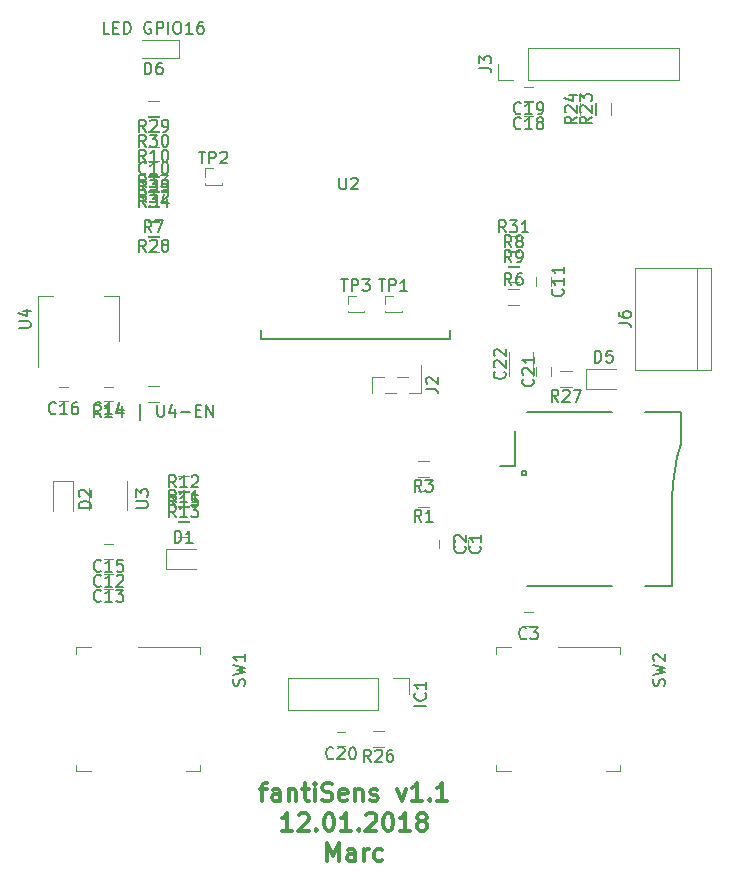
<source format=gto>
G04 #@! TF.FileFunction,Legend,Top*
%FSLAX46Y46*%
G04 Gerber Fmt 4.6, Leading zero omitted, Abs format (unit mm)*
G04 Created by KiCad (PCBNEW 4.0.6) date 01/13/18 12:32:24*
%MOMM*%
%LPD*%
G01*
G04 APERTURE LIST*
%ADD10C,0.100000*%
%ADD11C,0.300000*%
%ADD12C,0.150000*%
%ADD13C,0.120000*%
%ADD14C,0.152400*%
G04 APERTURE END LIST*
D10*
D11*
X52198000Y-100760571D02*
X52769429Y-100760571D01*
X52412286Y-101760571D02*
X52412286Y-100474857D01*
X52483714Y-100332000D01*
X52626572Y-100260571D01*
X52769429Y-100260571D01*
X53912286Y-101760571D02*
X53912286Y-100974857D01*
X53840857Y-100832000D01*
X53698000Y-100760571D01*
X53412286Y-100760571D01*
X53269429Y-100832000D01*
X53912286Y-101689143D02*
X53769429Y-101760571D01*
X53412286Y-101760571D01*
X53269429Y-101689143D01*
X53198000Y-101546286D01*
X53198000Y-101403429D01*
X53269429Y-101260571D01*
X53412286Y-101189143D01*
X53769429Y-101189143D01*
X53912286Y-101117714D01*
X54626572Y-100760571D02*
X54626572Y-101760571D01*
X54626572Y-100903429D02*
X54698000Y-100832000D01*
X54840858Y-100760571D01*
X55055143Y-100760571D01*
X55198000Y-100832000D01*
X55269429Y-100974857D01*
X55269429Y-101760571D01*
X55769429Y-100760571D02*
X56340858Y-100760571D01*
X55983715Y-100260571D02*
X55983715Y-101546286D01*
X56055143Y-101689143D01*
X56198001Y-101760571D01*
X56340858Y-101760571D01*
X56840858Y-101760571D02*
X56840858Y-100760571D01*
X56840858Y-100260571D02*
X56769429Y-100332000D01*
X56840858Y-100403429D01*
X56912286Y-100332000D01*
X56840858Y-100260571D01*
X56840858Y-100403429D01*
X57483715Y-101689143D02*
X57698001Y-101760571D01*
X58055144Y-101760571D01*
X58198001Y-101689143D01*
X58269430Y-101617714D01*
X58340858Y-101474857D01*
X58340858Y-101332000D01*
X58269430Y-101189143D01*
X58198001Y-101117714D01*
X58055144Y-101046286D01*
X57769430Y-100974857D01*
X57626572Y-100903429D01*
X57555144Y-100832000D01*
X57483715Y-100689143D01*
X57483715Y-100546286D01*
X57555144Y-100403429D01*
X57626572Y-100332000D01*
X57769430Y-100260571D01*
X58126572Y-100260571D01*
X58340858Y-100332000D01*
X59555143Y-101689143D02*
X59412286Y-101760571D01*
X59126572Y-101760571D01*
X58983715Y-101689143D01*
X58912286Y-101546286D01*
X58912286Y-100974857D01*
X58983715Y-100832000D01*
X59126572Y-100760571D01*
X59412286Y-100760571D01*
X59555143Y-100832000D01*
X59626572Y-100974857D01*
X59626572Y-101117714D01*
X58912286Y-101260571D01*
X60269429Y-100760571D02*
X60269429Y-101760571D01*
X60269429Y-100903429D02*
X60340857Y-100832000D01*
X60483715Y-100760571D01*
X60698000Y-100760571D01*
X60840857Y-100832000D01*
X60912286Y-100974857D01*
X60912286Y-101760571D01*
X61555143Y-101689143D02*
X61698000Y-101760571D01*
X61983715Y-101760571D01*
X62126572Y-101689143D01*
X62198000Y-101546286D01*
X62198000Y-101474857D01*
X62126572Y-101332000D01*
X61983715Y-101260571D01*
X61769429Y-101260571D01*
X61626572Y-101189143D01*
X61555143Y-101046286D01*
X61555143Y-100974857D01*
X61626572Y-100832000D01*
X61769429Y-100760571D01*
X61983715Y-100760571D01*
X62126572Y-100832000D01*
X63840858Y-100760571D02*
X64198001Y-101760571D01*
X64555143Y-100760571D01*
X65912286Y-101760571D02*
X65055143Y-101760571D01*
X65483715Y-101760571D02*
X65483715Y-100260571D01*
X65340858Y-100474857D01*
X65198000Y-100617714D01*
X65055143Y-100689143D01*
X66555143Y-101617714D02*
X66626571Y-101689143D01*
X66555143Y-101760571D01*
X66483714Y-101689143D01*
X66555143Y-101617714D01*
X66555143Y-101760571D01*
X68055143Y-101760571D02*
X67198000Y-101760571D01*
X67626572Y-101760571D02*
X67626572Y-100260571D01*
X67483715Y-100474857D01*
X67340857Y-100617714D01*
X67198000Y-100689143D01*
X54912287Y-104310571D02*
X54055144Y-104310571D01*
X54483716Y-104310571D02*
X54483716Y-102810571D01*
X54340859Y-103024857D01*
X54198001Y-103167714D01*
X54055144Y-103239143D01*
X55483715Y-102953429D02*
X55555144Y-102882000D01*
X55698001Y-102810571D01*
X56055144Y-102810571D01*
X56198001Y-102882000D01*
X56269430Y-102953429D01*
X56340858Y-103096286D01*
X56340858Y-103239143D01*
X56269430Y-103453429D01*
X55412287Y-104310571D01*
X56340858Y-104310571D01*
X56983715Y-104167714D02*
X57055143Y-104239143D01*
X56983715Y-104310571D01*
X56912286Y-104239143D01*
X56983715Y-104167714D01*
X56983715Y-104310571D01*
X57983715Y-102810571D02*
X58126572Y-102810571D01*
X58269429Y-102882000D01*
X58340858Y-102953429D01*
X58412287Y-103096286D01*
X58483715Y-103382000D01*
X58483715Y-103739143D01*
X58412287Y-104024857D01*
X58340858Y-104167714D01*
X58269429Y-104239143D01*
X58126572Y-104310571D01*
X57983715Y-104310571D01*
X57840858Y-104239143D01*
X57769429Y-104167714D01*
X57698001Y-104024857D01*
X57626572Y-103739143D01*
X57626572Y-103382000D01*
X57698001Y-103096286D01*
X57769429Y-102953429D01*
X57840858Y-102882000D01*
X57983715Y-102810571D01*
X59912286Y-104310571D02*
X59055143Y-104310571D01*
X59483715Y-104310571D02*
X59483715Y-102810571D01*
X59340858Y-103024857D01*
X59198000Y-103167714D01*
X59055143Y-103239143D01*
X60555143Y-104167714D02*
X60626571Y-104239143D01*
X60555143Y-104310571D01*
X60483714Y-104239143D01*
X60555143Y-104167714D01*
X60555143Y-104310571D01*
X61198000Y-102953429D02*
X61269429Y-102882000D01*
X61412286Y-102810571D01*
X61769429Y-102810571D01*
X61912286Y-102882000D01*
X61983715Y-102953429D01*
X62055143Y-103096286D01*
X62055143Y-103239143D01*
X61983715Y-103453429D01*
X61126572Y-104310571D01*
X62055143Y-104310571D01*
X62983714Y-102810571D02*
X63126571Y-102810571D01*
X63269428Y-102882000D01*
X63340857Y-102953429D01*
X63412286Y-103096286D01*
X63483714Y-103382000D01*
X63483714Y-103739143D01*
X63412286Y-104024857D01*
X63340857Y-104167714D01*
X63269428Y-104239143D01*
X63126571Y-104310571D01*
X62983714Y-104310571D01*
X62840857Y-104239143D01*
X62769428Y-104167714D01*
X62698000Y-104024857D01*
X62626571Y-103739143D01*
X62626571Y-103382000D01*
X62698000Y-103096286D01*
X62769428Y-102953429D01*
X62840857Y-102882000D01*
X62983714Y-102810571D01*
X64912285Y-104310571D02*
X64055142Y-104310571D01*
X64483714Y-104310571D02*
X64483714Y-102810571D01*
X64340857Y-103024857D01*
X64197999Y-103167714D01*
X64055142Y-103239143D01*
X65769428Y-103453429D02*
X65626570Y-103382000D01*
X65555142Y-103310571D01*
X65483713Y-103167714D01*
X65483713Y-103096286D01*
X65555142Y-102953429D01*
X65626570Y-102882000D01*
X65769428Y-102810571D01*
X66055142Y-102810571D01*
X66197999Y-102882000D01*
X66269428Y-102953429D01*
X66340856Y-103096286D01*
X66340856Y-103167714D01*
X66269428Y-103310571D01*
X66197999Y-103382000D01*
X66055142Y-103453429D01*
X65769428Y-103453429D01*
X65626570Y-103524857D01*
X65555142Y-103596286D01*
X65483713Y-103739143D01*
X65483713Y-104024857D01*
X65555142Y-104167714D01*
X65626570Y-104239143D01*
X65769428Y-104310571D01*
X66055142Y-104310571D01*
X66197999Y-104239143D01*
X66269428Y-104167714D01*
X66340856Y-104024857D01*
X66340856Y-103739143D01*
X66269428Y-103596286D01*
X66197999Y-103524857D01*
X66055142Y-103453429D01*
X57912286Y-106860571D02*
X57912286Y-105360571D01*
X58412286Y-106432000D01*
X58912286Y-105360571D01*
X58912286Y-106860571D01*
X60269429Y-106860571D02*
X60269429Y-106074857D01*
X60198000Y-105932000D01*
X60055143Y-105860571D01*
X59769429Y-105860571D01*
X59626572Y-105932000D01*
X60269429Y-106789143D02*
X60126572Y-106860571D01*
X59769429Y-106860571D01*
X59626572Y-106789143D01*
X59555143Y-106646286D01*
X59555143Y-106503429D01*
X59626572Y-106360571D01*
X59769429Y-106289143D01*
X60126572Y-106289143D01*
X60269429Y-106217714D01*
X60983715Y-106860571D02*
X60983715Y-105860571D01*
X60983715Y-106146286D02*
X61055143Y-106003429D01*
X61126572Y-105932000D01*
X61269429Y-105860571D01*
X61412286Y-105860571D01*
X62555143Y-106789143D02*
X62412286Y-106860571D01*
X62126572Y-106860571D01*
X61983714Y-106789143D01*
X61912286Y-106717714D01*
X61840857Y-106574857D01*
X61840857Y-106146286D01*
X61912286Y-106003429D01*
X61983714Y-105932000D01*
X62126572Y-105860571D01*
X62412286Y-105860571D01*
X62555143Y-105932000D01*
D12*
X87120000Y-83550000D02*
X87120000Y-76200000D01*
X87120000Y-76200000D02*
X87170000Y-74850000D01*
X87170000Y-74850000D02*
X87320000Y-73700000D01*
X87320000Y-73700000D02*
X87520000Y-72600000D01*
X87520000Y-72600000D02*
X87820000Y-71550000D01*
X73820000Y-73400000D02*
X72520000Y-73400000D01*
X82020000Y-83550000D02*
X74820000Y-83550000D01*
X84820000Y-83550000D02*
X87120000Y-83550000D01*
X87820000Y-71550000D02*
X87820000Y-68850000D01*
X87820000Y-68850000D02*
X84820000Y-68850000D01*
X74820000Y-68850000D02*
X82020000Y-68850000D01*
X74420000Y-73850000D02*
X74420000Y-74150000D01*
X74420000Y-74150000D02*
X74720000Y-74150000D01*
X74720000Y-74150000D02*
X74720000Y-73850000D01*
X74720000Y-73850000D02*
X74420000Y-73850000D01*
X73820000Y-73400000D02*
X73820000Y-70400000D01*
D13*
X69815000Y-79660000D02*
X69815000Y-80360000D01*
X68615000Y-80360000D02*
X68615000Y-79660000D01*
X68545000Y-79660000D02*
X68545000Y-80360000D01*
X67345000Y-80360000D02*
X67345000Y-79660000D01*
X75280000Y-86960000D02*
X74580000Y-86960000D01*
X74580000Y-85760000D02*
X75280000Y-85760000D01*
X43530000Y-47590000D02*
X42830000Y-47590000D01*
X42830000Y-46390000D02*
X43530000Y-46390000D01*
X76800000Y-57435000D02*
X76800000Y-58135000D01*
X75600000Y-58135000D02*
X75600000Y-57435000D01*
X39720000Y-82515000D02*
X39020000Y-82515000D01*
X39020000Y-81315000D02*
X39720000Y-81315000D01*
X39720000Y-83785000D02*
X39020000Y-83785000D01*
X39020000Y-82585000D02*
X39720000Y-82585000D01*
X39720000Y-67910000D02*
X39020000Y-67910000D01*
X39020000Y-66710000D02*
X39720000Y-66710000D01*
X39720000Y-81245000D02*
X39020000Y-81245000D01*
X39020000Y-80045000D02*
X39720000Y-80045000D01*
X35910000Y-67910000D02*
X35210000Y-67910000D01*
X35210000Y-66710000D02*
X35910000Y-66710000D01*
X75280000Y-43780000D02*
X74580000Y-43780000D01*
X74580000Y-42580000D02*
X75280000Y-42580000D01*
X75280000Y-42510000D02*
X74580000Y-42510000D01*
X74580000Y-41310000D02*
X75280000Y-41310000D01*
X59405000Y-97120000D02*
X58705000Y-97120000D01*
X58705000Y-95920000D02*
X59405000Y-95920000D01*
X75600000Y-65755000D02*
X75600000Y-65055000D01*
X76800000Y-65055000D02*
X76800000Y-65755000D01*
X73275000Y-63770000D02*
X73275000Y-65770000D01*
X75315000Y-65770000D02*
X75315000Y-63770000D01*
X44220000Y-80430000D02*
X44220000Y-82130000D01*
X44220000Y-82130000D02*
X46770000Y-82130000D01*
X44220000Y-80430000D02*
X46770000Y-80430000D01*
X36410000Y-74700000D02*
X34710000Y-74700000D01*
X34710000Y-74700000D02*
X34710000Y-77250000D01*
X36410000Y-74700000D02*
X36410000Y-77250000D01*
X79780000Y-65190000D02*
X79780000Y-66890000D01*
X79780000Y-66890000D02*
X82330000Y-66890000D01*
X79780000Y-65190000D02*
X82330000Y-65190000D01*
X42180000Y-37350000D02*
X45380000Y-37350000D01*
X45380000Y-38850000D02*
X42180000Y-38850000D01*
X45380000Y-38850000D02*
X45380000Y-37350000D01*
X54550000Y-91380000D02*
X54550000Y-94040000D01*
X62230000Y-91380000D02*
X54550000Y-91380000D01*
X62230000Y-94040000D02*
X54550000Y-94040000D01*
X62230000Y-91380000D02*
X62230000Y-94040000D01*
X63500000Y-91380000D02*
X64830000Y-91380000D01*
X64830000Y-91380000D02*
X64830000Y-92710000D01*
X87690000Y-40700000D02*
X87690000Y-38040000D01*
X74930000Y-40700000D02*
X87690000Y-40700000D01*
X74930000Y-38040000D02*
X87690000Y-38040000D01*
X74930000Y-40700000D02*
X74930000Y-38040000D01*
X73660000Y-40700000D02*
X72330000Y-40700000D01*
X72330000Y-40700000D02*
X72330000Y-39370000D01*
X90390000Y-65310000D02*
X90390000Y-56610000D01*
X83980000Y-65310000D02*
X83980000Y-56610000D01*
X83980000Y-56610000D02*
X90390000Y-56610000D01*
X89160000Y-56610000D02*
X89160000Y-65310000D01*
X90390000Y-65310000D02*
X83980000Y-65310000D01*
X65540000Y-75520000D02*
X66540000Y-75520000D01*
X66540000Y-76880000D02*
X65540000Y-76880000D01*
X65540000Y-72980000D02*
X66540000Y-72980000D01*
X66540000Y-74340000D02*
X65540000Y-74340000D01*
X74160000Y-59735000D02*
X73160000Y-59735000D01*
X73160000Y-58375000D02*
X74160000Y-58375000D01*
X43680000Y-55290000D02*
X42680000Y-55290000D01*
X42680000Y-53930000D02*
X43680000Y-53930000D01*
X74160000Y-56560000D02*
X73160000Y-56560000D01*
X73160000Y-55200000D02*
X74160000Y-55200000D01*
X74160000Y-57830000D02*
X73160000Y-57830000D01*
X73160000Y-56470000D02*
X74160000Y-56470000D01*
X42680000Y-45040000D02*
X43680000Y-45040000D01*
X43680000Y-46400000D02*
X42680000Y-46400000D01*
X46220000Y-78150000D02*
X45220000Y-78150000D01*
X45220000Y-76790000D02*
X46220000Y-76790000D01*
X46220000Y-76880000D02*
X45220000Y-76880000D01*
X45220000Y-75520000D02*
X46220000Y-75520000D01*
X46220000Y-79420000D02*
X45220000Y-79420000D01*
X45220000Y-78060000D02*
X46220000Y-78060000D01*
X42680000Y-66630000D02*
X43680000Y-66630000D01*
X43680000Y-67990000D02*
X42680000Y-67990000D01*
X45220000Y-74250000D02*
X46220000Y-74250000D01*
X46220000Y-75610000D02*
X45220000Y-75610000D01*
X81960000Y-42680000D02*
X81960000Y-43680000D01*
X80600000Y-43680000D02*
X80600000Y-42680000D01*
X80690000Y-42680000D02*
X80690000Y-43680000D01*
X79330000Y-43680000D02*
X79330000Y-42680000D01*
X61730000Y-95840000D02*
X62730000Y-95840000D01*
X62730000Y-97200000D02*
X61730000Y-97200000D01*
X77605000Y-65360000D02*
X78605000Y-65360000D01*
X78605000Y-66720000D02*
X77605000Y-66720000D01*
X42680000Y-52660000D02*
X43680000Y-52660000D01*
X43680000Y-54020000D02*
X42680000Y-54020000D01*
X42680000Y-42500000D02*
X43680000Y-42500000D01*
X43680000Y-43860000D02*
X42680000Y-43860000D01*
X42680000Y-43770000D02*
X43680000Y-43770000D01*
X43680000Y-45130000D02*
X42680000Y-45130000D01*
X74160000Y-55290000D02*
X73160000Y-55290000D01*
X73160000Y-53930000D02*
X74160000Y-53930000D01*
X43680000Y-52750000D02*
X42680000Y-52750000D01*
X42680000Y-51390000D02*
X43680000Y-51390000D01*
X43680000Y-51480000D02*
X42680000Y-51480000D01*
X42680000Y-50120000D02*
X43680000Y-50120000D01*
X42680000Y-48850000D02*
X43680000Y-48850000D01*
X43680000Y-50210000D02*
X42680000Y-50210000D01*
X42680000Y-47580000D02*
X43680000Y-47580000D01*
X43680000Y-48940000D02*
X42680000Y-48940000D01*
X47160000Y-98680000D02*
X47160000Y-99230000D01*
X47160000Y-99230000D02*
X45910000Y-99230000D01*
X36660000Y-98680000D02*
X36660000Y-99230000D01*
X36660000Y-99230000D02*
X37910000Y-99230000D01*
X47160000Y-89280000D02*
X47160000Y-88730000D01*
X47160000Y-88730000D02*
X41910000Y-88730000D01*
X36660000Y-89280000D02*
X36660000Y-88730000D01*
X36660000Y-88730000D02*
X37910000Y-88730000D01*
X82720000Y-98680000D02*
X82720000Y-99230000D01*
X82720000Y-99230000D02*
X81470000Y-99230000D01*
X72220000Y-98680000D02*
X72220000Y-99230000D01*
X72220000Y-99230000D02*
X73470000Y-99230000D01*
X82720000Y-89280000D02*
X82720000Y-88730000D01*
X82720000Y-88730000D02*
X77470000Y-88730000D01*
X72220000Y-89280000D02*
X72220000Y-88730000D01*
X72220000Y-88730000D02*
X73470000Y-88730000D01*
X62805000Y-60375000D02*
X64195000Y-60375000D01*
X62805000Y-60375000D02*
X62805000Y-60250000D01*
X64195000Y-60375000D02*
X64195000Y-60250000D01*
X62805000Y-60375000D02*
X62891724Y-60375000D01*
X64108276Y-60375000D02*
X64195000Y-60375000D01*
X62805000Y-59690000D02*
X62805000Y-59005000D01*
X62805000Y-59005000D02*
X63500000Y-59005000D01*
X47565000Y-49580000D02*
X48955000Y-49580000D01*
X47565000Y-49580000D02*
X47565000Y-49455000D01*
X48955000Y-49580000D02*
X48955000Y-49455000D01*
X47565000Y-49580000D02*
X47651724Y-49580000D01*
X48868276Y-49580000D02*
X48955000Y-49580000D01*
X47565000Y-48895000D02*
X47565000Y-48210000D01*
X47565000Y-48210000D02*
X48260000Y-48210000D01*
X59630000Y-60375000D02*
X61020000Y-60375000D01*
X59630000Y-60375000D02*
X59630000Y-60250000D01*
X61020000Y-60375000D02*
X61020000Y-60250000D01*
X59630000Y-60375000D02*
X59716724Y-60375000D01*
X60933276Y-60375000D02*
X61020000Y-60375000D01*
X59630000Y-59690000D02*
X59630000Y-59005000D01*
X59630000Y-59005000D02*
X60325000Y-59005000D01*
D14*
X52324000Y-61849000D02*
X52324000Y-62611000D01*
X52324000Y-62611000D02*
X68326000Y-62611000D01*
X68326000Y-62611000D02*
X68326000Y-61849000D01*
D13*
X37760000Y-75300000D02*
X37760000Y-77100000D01*
X40980000Y-77100000D02*
X40980000Y-74650000D01*
X40240000Y-59050000D02*
X38980000Y-59050000D01*
X33420000Y-59050000D02*
X34680000Y-59050000D01*
X40240000Y-62810000D02*
X40240000Y-59050000D01*
X33420000Y-65060000D02*
X33420000Y-59050000D01*
X65814000Y-65853000D02*
X65814000Y-67243000D01*
X61694000Y-65853000D02*
X61694000Y-67243000D01*
X65814000Y-65853000D02*
X65814000Y-64858000D01*
X65814000Y-65853000D02*
X65814000Y-65853000D01*
X61694000Y-67243000D02*
X61694000Y-67243000D01*
X65814000Y-67243000D02*
X64814000Y-67243000D01*
X63694000Y-67243000D02*
X62814000Y-67243000D01*
X64694000Y-65853000D02*
X63814000Y-65853000D01*
X62694000Y-65853000D02*
X61694000Y-65853000D01*
D12*
X70822143Y-80176666D02*
X70869762Y-80224285D01*
X70917381Y-80367142D01*
X70917381Y-80462380D01*
X70869762Y-80605238D01*
X70774524Y-80700476D01*
X70679286Y-80748095D01*
X70488810Y-80795714D01*
X70345952Y-80795714D01*
X70155476Y-80748095D01*
X70060238Y-80700476D01*
X69965000Y-80605238D01*
X69917381Y-80462380D01*
X69917381Y-80367142D01*
X69965000Y-80224285D01*
X70012619Y-80176666D01*
X70917381Y-79224285D02*
X70917381Y-79795714D01*
X70917381Y-79510000D02*
X69917381Y-79510000D01*
X70060238Y-79605238D01*
X70155476Y-79700476D01*
X70203095Y-79795714D01*
X69552143Y-80176666D02*
X69599762Y-80224285D01*
X69647381Y-80367142D01*
X69647381Y-80462380D01*
X69599762Y-80605238D01*
X69504524Y-80700476D01*
X69409286Y-80748095D01*
X69218810Y-80795714D01*
X69075952Y-80795714D01*
X68885476Y-80748095D01*
X68790238Y-80700476D01*
X68695000Y-80605238D01*
X68647381Y-80462380D01*
X68647381Y-80367142D01*
X68695000Y-80224285D01*
X68742619Y-80176666D01*
X68742619Y-79795714D02*
X68695000Y-79748095D01*
X68647381Y-79652857D01*
X68647381Y-79414761D01*
X68695000Y-79319523D01*
X68742619Y-79271904D01*
X68837857Y-79224285D01*
X68933095Y-79224285D01*
X69075952Y-79271904D01*
X69647381Y-79843333D01*
X69647381Y-79224285D01*
X74763334Y-87967143D02*
X74715715Y-88014762D01*
X74572858Y-88062381D01*
X74477620Y-88062381D01*
X74334762Y-88014762D01*
X74239524Y-87919524D01*
X74191905Y-87824286D01*
X74144286Y-87633810D01*
X74144286Y-87490952D01*
X74191905Y-87300476D01*
X74239524Y-87205238D01*
X74334762Y-87110000D01*
X74477620Y-87062381D01*
X74572858Y-87062381D01*
X74715715Y-87110000D01*
X74763334Y-87157619D01*
X75096667Y-87062381D02*
X75715715Y-87062381D01*
X75382381Y-87443333D01*
X75525239Y-87443333D01*
X75620477Y-87490952D01*
X75668096Y-87538571D01*
X75715715Y-87633810D01*
X75715715Y-87871905D01*
X75668096Y-87967143D01*
X75620477Y-88014762D01*
X75525239Y-88062381D01*
X75239524Y-88062381D01*
X75144286Y-88014762D01*
X75096667Y-87967143D01*
X42537143Y-48597143D02*
X42489524Y-48644762D01*
X42346667Y-48692381D01*
X42251429Y-48692381D01*
X42108571Y-48644762D01*
X42013333Y-48549524D01*
X41965714Y-48454286D01*
X41918095Y-48263810D01*
X41918095Y-48120952D01*
X41965714Y-47930476D01*
X42013333Y-47835238D01*
X42108571Y-47740000D01*
X42251429Y-47692381D01*
X42346667Y-47692381D01*
X42489524Y-47740000D01*
X42537143Y-47787619D01*
X43489524Y-48692381D02*
X42918095Y-48692381D01*
X43203809Y-48692381D02*
X43203809Y-47692381D01*
X43108571Y-47835238D01*
X43013333Y-47930476D01*
X42918095Y-47978095D01*
X44108571Y-47692381D02*
X44203810Y-47692381D01*
X44299048Y-47740000D01*
X44346667Y-47787619D01*
X44394286Y-47882857D01*
X44441905Y-48073333D01*
X44441905Y-48311429D01*
X44394286Y-48501905D01*
X44346667Y-48597143D01*
X44299048Y-48644762D01*
X44203810Y-48692381D01*
X44108571Y-48692381D01*
X44013333Y-48644762D01*
X43965714Y-48597143D01*
X43918095Y-48501905D01*
X43870476Y-48311429D01*
X43870476Y-48073333D01*
X43918095Y-47882857D01*
X43965714Y-47787619D01*
X44013333Y-47740000D01*
X44108571Y-47692381D01*
X77807143Y-58427857D02*
X77854762Y-58475476D01*
X77902381Y-58618333D01*
X77902381Y-58713571D01*
X77854762Y-58856429D01*
X77759524Y-58951667D01*
X77664286Y-58999286D01*
X77473810Y-59046905D01*
X77330952Y-59046905D01*
X77140476Y-58999286D01*
X77045238Y-58951667D01*
X76950000Y-58856429D01*
X76902381Y-58713571D01*
X76902381Y-58618333D01*
X76950000Y-58475476D01*
X76997619Y-58427857D01*
X77902381Y-57475476D02*
X77902381Y-58046905D01*
X77902381Y-57761191D02*
X76902381Y-57761191D01*
X77045238Y-57856429D01*
X77140476Y-57951667D01*
X77188095Y-58046905D01*
X77902381Y-56523095D02*
X77902381Y-57094524D01*
X77902381Y-56808810D02*
X76902381Y-56808810D01*
X77045238Y-56904048D01*
X77140476Y-56999286D01*
X77188095Y-57094524D01*
X38727143Y-83522143D02*
X38679524Y-83569762D01*
X38536667Y-83617381D01*
X38441429Y-83617381D01*
X38298571Y-83569762D01*
X38203333Y-83474524D01*
X38155714Y-83379286D01*
X38108095Y-83188810D01*
X38108095Y-83045952D01*
X38155714Y-82855476D01*
X38203333Y-82760238D01*
X38298571Y-82665000D01*
X38441429Y-82617381D01*
X38536667Y-82617381D01*
X38679524Y-82665000D01*
X38727143Y-82712619D01*
X39679524Y-83617381D02*
X39108095Y-83617381D01*
X39393809Y-83617381D02*
X39393809Y-82617381D01*
X39298571Y-82760238D01*
X39203333Y-82855476D01*
X39108095Y-82903095D01*
X40060476Y-82712619D02*
X40108095Y-82665000D01*
X40203333Y-82617381D01*
X40441429Y-82617381D01*
X40536667Y-82665000D01*
X40584286Y-82712619D01*
X40631905Y-82807857D01*
X40631905Y-82903095D01*
X40584286Y-83045952D01*
X40012857Y-83617381D01*
X40631905Y-83617381D01*
X38727143Y-84792143D02*
X38679524Y-84839762D01*
X38536667Y-84887381D01*
X38441429Y-84887381D01*
X38298571Y-84839762D01*
X38203333Y-84744524D01*
X38155714Y-84649286D01*
X38108095Y-84458810D01*
X38108095Y-84315952D01*
X38155714Y-84125476D01*
X38203333Y-84030238D01*
X38298571Y-83935000D01*
X38441429Y-83887381D01*
X38536667Y-83887381D01*
X38679524Y-83935000D01*
X38727143Y-83982619D01*
X39679524Y-84887381D02*
X39108095Y-84887381D01*
X39393809Y-84887381D02*
X39393809Y-83887381D01*
X39298571Y-84030238D01*
X39203333Y-84125476D01*
X39108095Y-84173095D01*
X40012857Y-83887381D02*
X40631905Y-83887381D01*
X40298571Y-84268333D01*
X40441429Y-84268333D01*
X40536667Y-84315952D01*
X40584286Y-84363571D01*
X40631905Y-84458810D01*
X40631905Y-84696905D01*
X40584286Y-84792143D01*
X40536667Y-84839762D01*
X40441429Y-84887381D01*
X40155714Y-84887381D01*
X40060476Y-84839762D01*
X40012857Y-84792143D01*
X38727143Y-68917143D02*
X38679524Y-68964762D01*
X38536667Y-69012381D01*
X38441429Y-69012381D01*
X38298571Y-68964762D01*
X38203333Y-68869524D01*
X38155714Y-68774286D01*
X38108095Y-68583810D01*
X38108095Y-68440952D01*
X38155714Y-68250476D01*
X38203333Y-68155238D01*
X38298571Y-68060000D01*
X38441429Y-68012381D01*
X38536667Y-68012381D01*
X38679524Y-68060000D01*
X38727143Y-68107619D01*
X39679524Y-69012381D02*
X39108095Y-69012381D01*
X39393809Y-69012381D02*
X39393809Y-68012381D01*
X39298571Y-68155238D01*
X39203333Y-68250476D01*
X39108095Y-68298095D01*
X40536667Y-68345714D02*
X40536667Y-69012381D01*
X40298571Y-67964762D02*
X40060476Y-68679048D01*
X40679524Y-68679048D01*
X38727143Y-82252143D02*
X38679524Y-82299762D01*
X38536667Y-82347381D01*
X38441429Y-82347381D01*
X38298571Y-82299762D01*
X38203333Y-82204524D01*
X38155714Y-82109286D01*
X38108095Y-81918810D01*
X38108095Y-81775952D01*
X38155714Y-81585476D01*
X38203333Y-81490238D01*
X38298571Y-81395000D01*
X38441429Y-81347381D01*
X38536667Y-81347381D01*
X38679524Y-81395000D01*
X38727143Y-81442619D01*
X39679524Y-82347381D02*
X39108095Y-82347381D01*
X39393809Y-82347381D02*
X39393809Y-81347381D01*
X39298571Y-81490238D01*
X39203333Y-81585476D01*
X39108095Y-81633095D01*
X40584286Y-81347381D02*
X40108095Y-81347381D01*
X40060476Y-81823571D01*
X40108095Y-81775952D01*
X40203333Y-81728333D01*
X40441429Y-81728333D01*
X40536667Y-81775952D01*
X40584286Y-81823571D01*
X40631905Y-81918810D01*
X40631905Y-82156905D01*
X40584286Y-82252143D01*
X40536667Y-82299762D01*
X40441429Y-82347381D01*
X40203333Y-82347381D01*
X40108095Y-82299762D01*
X40060476Y-82252143D01*
X34917143Y-68917143D02*
X34869524Y-68964762D01*
X34726667Y-69012381D01*
X34631429Y-69012381D01*
X34488571Y-68964762D01*
X34393333Y-68869524D01*
X34345714Y-68774286D01*
X34298095Y-68583810D01*
X34298095Y-68440952D01*
X34345714Y-68250476D01*
X34393333Y-68155238D01*
X34488571Y-68060000D01*
X34631429Y-68012381D01*
X34726667Y-68012381D01*
X34869524Y-68060000D01*
X34917143Y-68107619D01*
X35869524Y-69012381D02*
X35298095Y-69012381D01*
X35583809Y-69012381D02*
X35583809Y-68012381D01*
X35488571Y-68155238D01*
X35393333Y-68250476D01*
X35298095Y-68298095D01*
X36726667Y-68012381D02*
X36536190Y-68012381D01*
X36440952Y-68060000D01*
X36393333Y-68107619D01*
X36298095Y-68250476D01*
X36250476Y-68440952D01*
X36250476Y-68821905D01*
X36298095Y-68917143D01*
X36345714Y-68964762D01*
X36440952Y-69012381D01*
X36631429Y-69012381D01*
X36726667Y-68964762D01*
X36774286Y-68917143D01*
X36821905Y-68821905D01*
X36821905Y-68583810D01*
X36774286Y-68488571D01*
X36726667Y-68440952D01*
X36631429Y-68393333D01*
X36440952Y-68393333D01*
X36345714Y-68440952D01*
X36298095Y-68488571D01*
X36250476Y-68583810D01*
X74287143Y-44787143D02*
X74239524Y-44834762D01*
X74096667Y-44882381D01*
X74001429Y-44882381D01*
X73858571Y-44834762D01*
X73763333Y-44739524D01*
X73715714Y-44644286D01*
X73668095Y-44453810D01*
X73668095Y-44310952D01*
X73715714Y-44120476D01*
X73763333Y-44025238D01*
X73858571Y-43930000D01*
X74001429Y-43882381D01*
X74096667Y-43882381D01*
X74239524Y-43930000D01*
X74287143Y-43977619D01*
X75239524Y-44882381D02*
X74668095Y-44882381D01*
X74953809Y-44882381D02*
X74953809Y-43882381D01*
X74858571Y-44025238D01*
X74763333Y-44120476D01*
X74668095Y-44168095D01*
X75810952Y-44310952D02*
X75715714Y-44263333D01*
X75668095Y-44215714D01*
X75620476Y-44120476D01*
X75620476Y-44072857D01*
X75668095Y-43977619D01*
X75715714Y-43930000D01*
X75810952Y-43882381D01*
X76001429Y-43882381D01*
X76096667Y-43930000D01*
X76144286Y-43977619D01*
X76191905Y-44072857D01*
X76191905Y-44120476D01*
X76144286Y-44215714D01*
X76096667Y-44263333D01*
X76001429Y-44310952D01*
X75810952Y-44310952D01*
X75715714Y-44358571D01*
X75668095Y-44406190D01*
X75620476Y-44501429D01*
X75620476Y-44691905D01*
X75668095Y-44787143D01*
X75715714Y-44834762D01*
X75810952Y-44882381D01*
X76001429Y-44882381D01*
X76096667Y-44834762D01*
X76144286Y-44787143D01*
X76191905Y-44691905D01*
X76191905Y-44501429D01*
X76144286Y-44406190D01*
X76096667Y-44358571D01*
X76001429Y-44310952D01*
X74287143Y-43517143D02*
X74239524Y-43564762D01*
X74096667Y-43612381D01*
X74001429Y-43612381D01*
X73858571Y-43564762D01*
X73763333Y-43469524D01*
X73715714Y-43374286D01*
X73668095Y-43183810D01*
X73668095Y-43040952D01*
X73715714Y-42850476D01*
X73763333Y-42755238D01*
X73858571Y-42660000D01*
X74001429Y-42612381D01*
X74096667Y-42612381D01*
X74239524Y-42660000D01*
X74287143Y-42707619D01*
X75239524Y-43612381D02*
X74668095Y-43612381D01*
X74953809Y-43612381D02*
X74953809Y-42612381D01*
X74858571Y-42755238D01*
X74763333Y-42850476D01*
X74668095Y-42898095D01*
X75715714Y-43612381D02*
X75906190Y-43612381D01*
X76001429Y-43564762D01*
X76049048Y-43517143D01*
X76144286Y-43374286D01*
X76191905Y-43183810D01*
X76191905Y-42802857D01*
X76144286Y-42707619D01*
X76096667Y-42660000D01*
X76001429Y-42612381D01*
X75810952Y-42612381D01*
X75715714Y-42660000D01*
X75668095Y-42707619D01*
X75620476Y-42802857D01*
X75620476Y-43040952D01*
X75668095Y-43136190D01*
X75715714Y-43183810D01*
X75810952Y-43231429D01*
X76001429Y-43231429D01*
X76096667Y-43183810D01*
X76144286Y-43136190D01*
X76191905Y-43040952D01*
X58412143Y-98127143D02*
X58364524Y-98174762D01*
X58221667Y-98222381D01*
X58126429Y-98222381D01*
X57983571Y-98174762D01*
X57888333Y-98079524D01*
X57840714Y-97984286D01*
X57793095Y-97793810D01*
X57793095Y-97650952D01*
X57840714Y-97460476D01*
X57888333Y-97365238D01*
X57983571Y-97270000D01*
X58126429Y-97222381D01*
X58221667Y-97222381D01*
X58364524Y-97270000D01*
X58412143Y-97317619D01*
X58793095Y-97317619D02*
X58840714Y-97270000D01*
X58935952Y-97222381D01*
X59174048Y-97222381D01*
X59269286Y-97270000D01*
X59316905Y-97317619D01*
X59364524Y-97412857D01*
X59364524Y-97508095D01*
X59316905Y-97650952D01*
X58745476Y-98222381D01*
X59364524Y-98222381D01*
X59983571Y-97222381D02*
X60078810Y-97222381D01*
X60174048Y-97270000D01*
X60221667Y-97317619D01*
X60269286Y-97412857D01*
X60316905Y-97603333D01*
X60316905Y-97841429D01*
X60269286Y-98031905D01*
X60221667Y-98127143D01*
X60174048Y-98174762D01*
X60078810Y-98222381D01*
X59983571Y-98222381D01*
X59888333Y-98174762D01*
X59840714Y-98127143D01*
X59793095Y-98031905D01*
X59745476Y-97841429D01*
X59745476Y-97603333D01*
X59793095Y-97412857D01*
X59840714Y-97317619D01*
X59888333Y-97270000D01*
X59983571Y-97222381D01*
X75307143Y-66047857D02*
X75354762Y-66095476D01*
X75402381Y-66238333D01*
X75402381Y-66333571D01*
X75354762Y-66476429D01*
X75259524Y-66571667D01*
X75164286Y-66619286D01*
X74973810Y-66666905D01*
X74830952Y-66666905D01*
X74640476Y-66619286D01*
X74545238Y-66571667D01*
X74450000Y-66476429D01*
X74402381Y-66333571D01*
X74402381Y-66238333D01*
X74450000Y-66095476D01*
X74497619Y-66047857D01*
X74497619Y-65666905D02*
X74450000Y-65619286D01*
X74402381Y-65524048D01*
X74402381Y-65285952D01*
X74450000Y-65190714D01*
X74497619Y-65143095D01*
X74592857Y-65095476D01*
X74688095Y-65095476D01*
X74830952Y-65143095D01*
X75402381Y-65714524D01*
X75402381Y-65095476D01*
X75402381Y-64143095D02*
X75402381Y-64714524D01*
X75402381Y-64428810D02*
X74402381Y-64428810D01*
X74545238Y-64524048D01*
X74640476Y-64619286D01*
X74688095Y-64714524D01*
X72902143Y-65412857D02*
X72949762Y-65460476D01*
X72997381Y-65603333D01*
X72997381Y-65698571D01*
X72949762Y-65841429D01*
X72854524Y-65936667D01*
X72759286Y-65984286D01*
X72568810Y-66031905D01*
X72425952Y-66031905D01*
X72235476Y-65984286D01*
X72140238Y-65936667D01*
X72045000Y-65841429D01*
X71997381Y-65698571D01*
X71997381Y-65603333D01*
X72045000Y-65460476D01*
X72092619Y-65412857D01*
X72092619Y-65031905D02*
X72045000Y-64984286D01*
X71997381Y-64889048D01*
X71997381Y-64650952D01*
X72045000Y-64555714D01*
X72092619Y-64508095D01*
X72187857Y-64460476D01*
X72283095Y-64460476D01*
X72425952Y-64508095D01*
X72997381Y-65079524D01*
X72997381Y-64460476D01*
X72092619Y-64079524D02*
X72045000Y-64031905D01*
X71997381Y-63936667D01*
X71997381Y-63698571D01*
X72045000Y-63603333D01*
X72092619Y-63555714D01*
X72187857Y-63508095D01*
X72283095Y-63508095D01*
X72425952Y-63555714D01*
X72997381Y-64127143D01*
X72997381Y-63508095D01*
X44981905Y-79882381D02*
X44981905Y-78882381D01*
X45220000Y-78882381D01*
X45362858Y-78930000D01*
X45458096Y-79025238D01*
X45505715Y-79120476D01*
X45553334Y-79310952D01*
X45553334Y-79453810D01*
X45505715Y-79644286D01*
X45458096Y-79739524D01*
X45362858Y-79834762D01*
X45220000Y-79882381D01*
X44981905Y-79882381D01*
X46505715Y-79882381D02*
X45934286Y-79882381D01*
X46220000Y-79882381D02*
X46220000Y-78882381D01*
X46124762Y-79025238D01*
X46029524Y-79120476D01*
X45934286Y-79168095D01*
X37862381Y-76938095D02*
X36862381Y-76938095D01*
X36862381Y-76700000D01*
X36910000Y-76557142D01*
X37005238Y-76461904D01*
X37100476Y-76414285D01*
X37290952Y-76366666D01*
X37433810Y-76366666D01*
X37624286Y-76414285D01*
X37719524Y-76461904D01*
X37814762Y-76557142D01*
X37862381Y-76700000D01*
X37862381Y-76938095D01*
X36957619Y-75985714D02*
X36910000Y-75938095D01*
X36862381Y-75842857D01*
X36862381Y-75604761D01*
X36910000Y-75509523D01*
X36957619Y-75461904D01*
X37052857Y-75414285D01*
X37148095Y-75414285D01*
X37290952Y-75461904D01*
X37862381Y-76033333D01*
X37862381Y-75414285D01*
X80541905Y-64642381D02*
X80541905Y-63642381D01*
X80780000Y-63642381D01*
X80922858Y-63690000D01*
X81018096Y-63785238D01*
X81065715Y-63880476D01*
X81113334Y-64070952D01*
X81113334Y-64213810D01*
X81065715Y-64404286D01*
X81018096Y-64499524D01*
X80922858Y-64594762D01*
X80780000Y-64642381D01*
X80541905Y-64642381D01*
X82018096Y-63642381D02*
X81541905Y-63642381D01*
X81494286Y-64118571D01*
X81541905Y-64070952D01*
X81637143Y-64023333D01*
X81875239Y-64023333D01*
X81970477Y-64070952D01*
X82018096Y-64118571D01*
X82065715Y-64213810D01*
X82065715Y-64451905D01*
X82018096Y-64547143D01*
X81970477Y-64594762D01*
X81875239Y-64642381D01*
X81637143Y-64642381D01*
X81541905Y-64594762D01*
X81494286Y-64547143D01*
X42441905Y-40252381D02*
X42441905Y-39252381D01*
X42680000Y-39252381D01*
X42822858Y-39300000D01*
X42918096Y-39395238D01*
X42965715Y-39490476D01*
X43013334Y-39680952D01*
X43013334Y-39823810D01*
X42965715Y-40014286D01*
X42918096Y-40109524D01*
X42822858Y-40204762D01*
X42680000Y-40252381D01*
X42441905Y-40252381D01*
X43870477Y-39252381D02*
X43680000Y-39252381D01*
X43584762Y-39300000D01*
X43537143Y-39347619D01*
X43441905Y-39490476D01*
X43394286Y-39680952D01*
X43394286Y-40061905D01*
X43441905Y-40157143D01*
X43489524Y-40204762D01*
X43584762Y-40252381D01*
X43775239Y-40252381D01*
X43870477Y-40204762D01*
X43918096Y-40157143D01*
X43965715Y-40061905D01*
X43965715Y-39823810D01*
X43918096Y-39728571D01*
X43870477Y-39680952D01*
X43775239Y-39633333D01*
X43584762Y-39633333D01*
X43489524Y-39680952D01*
X43441905Y-39728571D01*
X43394286Y-39823810D01*
X39441905Y-36802381D02*
X38965714Y-36802381D01*
X38965714Y-35802381D01*
X39775238Y-36278571D02*
X40108572Y-36278571D01*
X40251429Y-36802381D02*
X39775238Y-36802381D01*
X39775238Y-35802381D01*
X40251429Y-35802381D01*
X40680000Y-36802381D02*
X40680000Y-35802381D01*
X40918095Y-35802381D01*
X41060953Y-35850000D01*
X41156191Y-35945238D01*
X41203810Y-36040476D01*
X41251429Y-36230952D01*
X41251429Y-36373810D01*
X41203810Y-36564286D01*
X41156191Y-36659524D01*
X41060953Y-36754762D01*
X40918095Y-36802381D01*
X40680000Y-36802381D01*
X42965715Y-35850000D02*
X42870477Y-35802381D01*
X42727620Y-35802381D01*
X42584762Y-35850000D01*
X42489524Y-35945238D01*
X42441905Y-36040476D01*
X42394286Y-36230952D01*
X42394286Y-36373810D01*
X42441905Y-36564286D01*
X42489524Y-36659524D01*
X42584762Y-36754762D01*
X42727620Y-36802381D01*
X42822858Y-36802381D01*
X42965715Y-36754762D01*
X43013334Y-36707143D01*
X43013334Y-36373810D01*
X42822858Y-36373810D01*
X43441905Y-36802381D02*
X43441905Y-35802381D01*
X43822858Y-35802381D01*
X43918096Y-35850000D01*
X43965715Y-35897619D01*
X44013334Y-35992857D01*
X44013334Y-36135714D01*
X43965715Y-36230952D01*
X43918096Y-36278571D01*
X43822858Y-36326190D01*
X43441905Y-36326190D01*
X44441905Y-36802381D02*
X44441905Y-35802381D01*
X45108571Y-35802381D02*
X45299048Y-35802381D01*
X45394286Y-35850000D01*
X45489524Y-35945238D01*
X45537143Y-36135714D01*
X45537143Y-36469048D01*
X45489524Y-36659524D01*
X45394286Y-36754762D01*
X45299048Y-36802381D01*
X45108571Y-36802381D01*
X45013333Y-36754762D01*
X44918095Y-36659524D01*
X44870476Y-36469048D01*
X44870476Y-36135714D01*
X44918095Y-35945238D01*
X45013333Y-35850000D01*
X45108571Y-35802381D01*
X46489524Y-36802381D02*
X45918095Y-36802381D01*
X46203809Y-36802381D02*
X46203809Y-35802381D01*
X46108571Y-35945238D01*
X46013333Y-36040476D01*
X45918095Y-36088095D01*
X47346667Y-35802381D02*
X47156190Y-35802381D01*
X47060952Y-35850000D01*
X47013333Y-35897619D01*
X46918095Y-36040476D01*
X46870476Y-36230952D01*
X46870476Y-36611905D01*
X46918095Y-36707143D01*
X46965714Y-36754762D01*
X47060952Y-36802381D01*
X47251429Y-36802381D01*
X47346667Y-36754762D01*
X47394286Y-36707143D01*
X47441905Y-36611905D01*
X47441905Y-36373810D01*
X47394286Y-36278571D01*
X47346667Y-36230952D01*
X47251429Y-36183333D01*
X47060952Y-36183333D01*
X46965714Y-36230952D01*
X46918095Y-36278571D01*
X46870476Y-36373810D01*
X66282381Y-93686190D02*
X65282381Y-93686190D01*
X66187143Y-92638571D02*
X66234762Y-92686190D01*
X66282381Y-92829047D01*
X66282381Y-92924285D01*
X66234762Y-93067143D01*
X66139524Y-93162381D01*
X66044286Y-93210000D01*
X65853810Y-93257619D01*
X65710952Y-93257619D01*
X65520476Y-93210000D01*
X65425238Y-93162381D01*
X65330000Y-93067143D01*
X65282381Y-92924285D01*
X65282381Y-92829047D01*
X65330000Y-92686190D01*
X65377619Y-92638571D01*
X66282381Y-91686190D02*
X66282381Y-92257619D01*
X66282381Y-91971905D02*
X65282381Y-91971905D01*
X65425238Y-92067143D01*
X65520476Y-92162381D01*
X65568095Y-92257619D01*
X70782381Y-39703333D02*
X71496667Y-39703333D01*
X71639524Y-39750953D01*
X71734762Y-39846191D01*
X71782381Y-39989048D01*
X71782381Y-40084286D01*
X70782381Y-39322381D02*
X70782381Y-38703333D01*
X71163333Y-39036667D01*
X71163333Y-38893809D01*
X71210952Y-38798571D01*
X71258571Y-38750952D01*
X71353810Y-38703333D01*
X71591905Y-38703333D01*
X71687143Y-38750952D01*
X71734762Y-38798571D01*
X71782381Y-38893809D01*
X71782381Y-39179524D01*
X71734762Y-39274762D01*
X71687143Y-39322381D01*
X82572381Y-61293333D02*
X83286667Y-61293333D01*
X83429524Y-61340953D01*
X83524762Y-61436191D01*
X83572381Y-61579048D01*
X83572381Y-61674286D01*
X82572381Y-60388571D02*
X82572381Y-60579048D01*
X82620000Y-60674286D01*
X82667619Y-60721905D01*
X82810476Y-60817143D01*
X83000952Y-60864762D01*
X83381905Y-60864762D01*
X83477143Y-60817143D01*
X83524762Y-60769524D01*
X83572381Y-60674286D01*
X83572381Y-60483809D01*
X83524762Y-60388571D01*
X83477143Y-60340952D01*
X83381905Y-60293333D01*
X83143810Y-60293333D01*
X83048571Y-60340952D01*
X83000952Y-60388571D01*
X82953333Y-60483809D01*
X82953333Y-60674286D01*
X83000952Y-60769524D01*
X83048571Y-60817143D01*
X83143810Y-60864762D01*
X65873334Y-78102381D02*
X65540000Y-77626190D01*
X65301905Y-78102381D02*
X65301905Y-77102381D01*
X65682858Y-77102381D01*
X65778096Y-77150000D01*
X65825715Y-77197619D01*
X65873334Y-77292857D01*
X65873334Y-77435714D01*
X65825715Y-77530952D01*
X65778096Y-77578571D01*
X65682858Y-77626190D01*
X65301905Y-77626190D01*
X66825715Y-78102381D02*
X66254286Y-78102381D01*
X66540000Y-78102381D02*
X66540000Y-77102381D01*
X66444762Y-77245238D01*
X66349524Y-77340476D01*
X66254286Y-77388095D01*
X65873334Y-75562381D02*
X65540000Y-75086190D01*
X65301905Y-75562381D02*
X65301905Y-74562381D01*
X65682858Y-74562381D01*
X65778096Y-74610000D01*
X65825715Y-74657619D01*
X65873334Y-74752857D01*
X65873334Y-74895714D01*
X65825715Y-74990952D01*
X65778096Y-75038571D01*
X65682858Y-75086190D01*
X65301905Y-75086190D01*
X66206667Y-74562381D02*
X66825715Y-74562381D01*
X66492381Y-74943333D01*
X66635239Y-74943333D01*
X66730477Y-74990952D01*
X66778096Y-75038571D01*
X66825715Y-75133810D01*
X66825715Y-75371905D01*
X66778096Y-75467143D01*
X66730477Y-75514762D01*
X66635239Y-75562381D01*
X66349524Y-75562381D01*
X66254286Y-75514762D01*
X66206667Y-75467143D01*
X73493334Y-58057381D02*
X73160000Y-57581190D01*
X72921905Y-58057381D02*
X72921905Y-57057381D01*
X73302858Y-57057381D01*
X73398096Y-57105000D01*
X73445715Y-57152619D01*
X73493334Y-57247857D01*
X73493334Y-57390714D01*
X73445715Y-57485952D01*
X73398096Y-57533571D01*
X73302858Y-57581190D01*
X72921905Y-57581190D01*
X74350477Y-57057381D02*
X74160000Y-57057381D01*
X74064762Y-57105000D01*
X74017143Y-57152619D01*
X73921905Y-57295476D01*
X73874286Y-57485952D01*
X73874286Y-57866905D01*
X73921905Y-57962143D01*
X73969524Y-58009762D01*
X74064762Y-58057381D01*
X74255239Y-58057381D01*
X74350477Y-58009762D01*
X74398096Y-57962143D01*
X74445715Y-57866905D01*
X74445715Y-57628810D01*
X74398096Y-57533571D01*
X74350477Y-57485952D01*
X74255239Y-57438333D01*
X74064762Y-57438333D01*
X73969524Y-57485952D01*
X73921905Y-57533571D01*
X73874286Y-57628810D01*
X43013334Y-53612381D02*
X42680000Y-53136190D01*
X42441905Y-53612381D02*
X42441905Y-52612381D01*
X42822858Y-52612381D01*
X42918096Y-52660000D01*
X42965715Y-52707619D01*
X43013334Y-52802857D01*
X43013334Y-52945714D01*
X42965715Y-53040952D01*
X42918096Y-53088571D01*
X42822858Y-53136190D01*
X42441905Y-53136190D01*
X43346667Y-52612381D02*
X44013334Y-52612381D01*
X43584762Y-53612381D01*
X73493334Y-54882381D02*
X73160000Y-54406190D01*
X72921905Y-54882381D02*
X72921905Y-53882381D01*
X73302858Y-53882381D01*
X73398096Y-53930000D01*
X73445715Y-53977619D01*
X73493334Y-54072857D01*
X73493334Y-54215714D01*
X73445715Y-54310952D01*
X73398096Y-54358571D01*
X73302858Y-54406190D01*
X72921905Y-54406190D01*
X74064762Y-54310952D02*
X73969524Y-54263333D01*
X73921905Y-54215714D01*
X73874286Y-54120476D01*
X73874286Y-54072857D01*
X73921905Y-53977619D01*
X73969524Y-53930000D01*
X74064762Y-53882381D01*
X74255239Y-53882381D01*
X74350477Y-53930000D01*
X74398096Y-53977619D01*
X74445715Y-54072857D01*
X74445715Y-54120476D01*
X74398096Y-54215714D01*
X74350477Y-54263333D01*
X74255239Y-54310952D01*
X74064762Y-54310952D01*
X73969524Y-54358571D01*
X73921905Y-54406190D01*
X73874286Y-54501429D01*
X73874286Y-54691905D01*
X73921905Y-54787143D01*
X73969524Y-54834762D01*
X74064762Y-54882381D01*
X74255239Y-54882381D01*
X74350477Y-54834762D01*
X74398096Y-54787143D01*
X74445715Y-54691905D01*
X74445715Y-54501429D01*
X74398096Y-54406190D01*
X74350477Y-54358571D01*
X74255239Y-54310952D01*
X73493334Y-56152381D02*
X73160000Y-55676190D01*
X72921905Y-56152381D02*
X72921905Y-55152381D01*
X73302858Y-55152381D01*
X73398096Y-55200000D01*
X73445715Y-55247619D01*
X73493334Y-55342857D01*
X73493334Y-55485714D01*
X73445715Y-55580952D01*
X73398096Y-55628571D01*
X73302858Y-55676190D01*
X72921905Y-55676190D01*
X73969524Y-56152381D02*
X74160000Y-56152381D01*
X74255239Y-56104762D01*
X74302858Y-56057143D01*
X74398096Y-55914286D01*
X74445715Y-55723810D01*
X74445715Y-55342857D01*
X74398096Y-55247619D01*
X74350477Y-55200000D01*
X74255239Y-55152381D01*
X74064762Y-55152381D01*
X73969524Y-55200000D01*
X73921905Y-55247619D01*
X73874286Y-55342857D01*
X73874286Y-55580952D01*
X73921905Y-55676190D01*
X73969524Y-55723810D01*
X74064762Y-55771429D01*
X74255239Y-55771429D01*
X74350477Y-55723810D01*
X74398096Y-55676190D01*
X74445715Y-55580952D01*
X42537143Y-47622381D02*
X42203809Y-47146190D01*
X41965714Y-47622381D02*
X41965714Y-46622381D01*
X42346667Y-46622381D01*
X42441905Y-46670000D01*
X42489524Y-46717619D01*
X42537143Y-46812857D01*
X42537143Y-46955714D01*
X42489524Y-47050952D01*
X42441905Y-47098571D01*
X42346667Y-47146190D01*
X41965714Y-47146190D01*
X43489524Y-47622381D02*
X42918095Y-47622381D01*
X43203809Y-47622381D02*
X43203809Y-46622381D01*
X43108571Y-46765238D01*
X43013333Y-46860476D01*
X42918095Y-46908095D01*
X44108571Y-46622381D02*
X44203810Y-46622381D01*
X44299048Y-46670000D01*
X44346667Y-46717619D01*
X44394286Y-46812857D01*
X44441905Y-47003333D01*
X44441905Y-47241429D01*
X44394286Y-47431905D01*
X44346667Y-47527143D01*
X44299048Y-47574762D01*
X44203810Y-47622381D01*
X44108571Y-47622381D01*
X44013333Y-47574762D01*
X43965714Y-47527143D01*
X43918095Y-47431905D01*
X43870476Y-47241429D01*
X43870476Y-47003333D01*
X43918095Y-46812857D01*
X43965714Y-46717619D01*
X44013333Y-46670000D01*
X44108571Y-46622381D01*
X45077143Y-76472381D02*
X44743809Y-75996190D01*
X44505714Y-76472381D02*
X44505714Y-75472381D01*
X44886667Y-75472381D01*
X44981905Y-75520000D01*
X45029524Y-75567619D01*
X45077143Y-75662857D01*
X45077143Y-75805714D01*
X45029524Y-75900952D01*
X44981905Y-75948571D01*
X44886667Y-75996190D01*
X44505714Y-75996190D01*
X46029524Y-76472381D02*
X45458095Y-76472381D01*
X45743809Y-76472381D02*
X45743809Y-75472381D01*
X45648571Y-75615238D01*
X45553333Y-75710476D01*
X45458095Y-75758095D01*
X46981905Y-76472381D02*
X46410476Y-76472381D01*
X46696190Y-76472381D02*
X46696190Y-75472381D01*
X46600952Y-75615238D01*
X46505714Y-75710476D01*
X46410476Y-75758095D01*
X45077143Y-75202381D02*
X44743809Y-74726190D01*
X44505714Y-75202381D02*
X44505714Y-74202381D01*
X44886667Y-74202381D01*
X44981905Y-74250000D01*
X45029524Y-74297619D01*
X45077143Y-74392857D01*
X45077143Y-74535714D01*
X45029524Y-74630952D01*
X44981905Y-74678571D01*
X44886667Y-74726190D01*
X44505714Y-74726190D01*
X46029524Y-75202381D02*
X45458095Y-75202381D01*
X45743809Y-75202381D02*
X45743809Y-74202381D01*
X45648571Y-74345238D01*
X45553333Y-74440476D01*
X45458095Y-74488095D01*
X46410476Y-74297619D02*
X46458095Y-74250000D01*
X46553333Y-74202381D01*
X46791429Y-74202381D01*
X46886667Y-74250000D01*
X46934286Y-74297619D01*
X46981905Y-74392857D01*
X46981905Y-74488095D01*
X46934286Y-74630952D01*
X46362857Y-75202381D01*
X46981905Y-75202381D01*
X45077143Y-77742381D02*
X44743809Y-77266190D01*
X44505714Y-77742381D02*
X44505714Y-76742381D01*
X44886667Y-76742381D01*
X44981905Y-76790000D01*
X45029524Y-76837619D01*
X45077143Y-76932857D01*
X45077143Y-77075714D01*
X45029524Y-77170952D01*
X44981905Y-77218571D01*
X44886667Y-77266190D01*
X44505714Y-77266190D01*
X46029524Y-77742381D02*
X45458095Y-77742381D01*
X45743809Y-77742381D02*
X45743809Y-76742381D01*
X45648571Y-76885238D01*
X45553333Y-76980476D01*
X45458095Y-77028095D01*
X46362857Y-76742381D02*
X46981905Y-76742381D01*
X46648571Y-77123333D01*
X46791429Y-77123333D01*
X46886667Y-77170952D01*
X46934286Y-77218571D01*
X46981905Y-77313810D01*
X46981905Y-77551905D01*
X46934286Y-77647143D01*
X46886667Y-77694762D01*
X46791429Y-77742381D01*
X46505714Y-77742381D01*
X46410476Y-77694762D01*
X46362857Y-77647143D01*
X38703810Y-69212381D02*
X38370476Y-68736190D01*
X38132381Y-69212381D02*
X38132381Y-68212381D01*
X38513334Y-68212381D01*
X38608572Y-68260000D01*
X38656191Y-68307619D01*
X38703810Y-68402857D01*
X38703810Y-68545714D01*
X38656191Y-68640952D01*
X38608572Y-68688571D01*
X38513334Y-68736190D01*
X38132381Y-68736190D01*
X39656191Y-69212381D02*
X39084762Y-69212381D01*
X39370476Y-69212381D02*
X39370476Y-68212381D01*
X39275238Y-68355238D01*
X39180000Y-68450476D01*
X39084762Y-68498095D01*
X40513334Y-68545714D02*
X40513334Y-69212381D01*
X40275238Y-68164762D02*
X40037143Y-68879048D01*
X40656191Y-68879048D01*
X42037143Y-69545714D02*
X42037143Y-68117143D01*
X43513334Y-68212381D02*
X43513334Y-69021905D01*
X43560953Y-69117143D01*
X43608572Y-69164762D01*
X43703810Y-69212381D01*
X43894287Y-69212381D01*
X43989525Y-69164762D01*
X44037144Y-69117143D01*
X44084763Y-69021905D01*
X44084763Y-68212381D01*
X44989525Y-68545714D02*
X44989525Y-69212381D01*
X44751429Y-68164762D02*
X44513334Y-68879048D01*
X45132382Y-68879048D01*
X45513334Y-68831429D02*
X46275239Y-68831429D01*
X46751429Y-68688571D02*
X47084763Y-68688571D01*
X47227620Y-69212381D02*
X46751429Y-69212381D01*
X46751429Y-68212381D01*
X47227620Y-68212381D01*
X47656191Y-69212381D02*
X47656191Y-68212381D01*
X48227620Y-69212381D01*
X48227620Y-68212381D01*
X45077143Y-76832381D02*
X44743809Y-76356190D01*
X44505714Y-76832381D02*
X44505714Y-75832381D01*
X44886667Y-75832381D01*
X44981905Y-75880000D01*
X45029524Y-75927619D01*
X45077143Y-76022857D01*
X45077143Y-76165714D01*
X45029524Y-76260952D01*
X44981905Y-76308571D01*
X44886667Y-76356190D01*
X44505714Y-76356190D01*
X46029524Y-76832381D02*
X45458095Y-76832381D01*
X45743809Y-76832381D02*
X45743809Y-75832381D01*
X45648571Y-75975238D01*
X45553333Y-76070476D01*
X45458095Y-76118095D01*
X46934286Y-75832381D02*
X46458095Y-75832381D01*
X46410476Y-76308571D01*
X46458095Y-76260952D01*
X46553333Y-76213333D01*
X46791429Y-76213333D01*
X46886667Y-76260952D01*
X46934286Y-76308571D01*
X46981905Y-76403810D01*
X46981905Y-76641905D01*
X46934286Y-76737143D01*
X46886667Y-76784762D01*
X46791429Y-76832381D01*
X46553333Y-76832381D01*
X46458095Y-76784762D01*
X46410476Y-76737143D01*
X80282381Y-43822857D02*
X79806190Y-44156191D01*
X80282381Y-44394286D02*
X79282381Y-44394286D01*
X79282381Y-44013333D01*
X79330000Y-43918095D01*
X79377619Y-43870476D01*
X79472857Y-43822857D01*
X79615714Y-43822857D01*
X79710952Y-43870476D01*
X79758571Y-43918095D01*
X79806190Y-44013333D01*
X79806190Y-44394286D01*
X79377619Y-43441905D02*
X79330000Y-43394286D01*
X79282381Y-43299048D01*
X79282381Y-43060952D01*
X79330000Y-42965714D01*
X79377619Y-42918095D01*
X79472857Y-42870476D01*
X79568095Y-42870476D01*
X79710952Y-42918095D01*
X80282381Y-43489524D01*
X80282381Y-42870476D01*
X79282381Y-42537143D02*
X79282381Y-41918095D01*
X79663333Y-42251429D01*
X79663333Y-42108571D01*
X79710952Y-42013333D01*
X79758571Y-41965714D01*
X79853810Y-41918095D01*
X80091905Y-41918095D01*
X80187143Y-41965714D01*
X80234762Y-42013333D01*
X80282381Y-42108571D01*
X80282381Y-42394286D01*
X80234762Y-42489524D01*
X80187143Y-42537143D01*
X79012381Y-43822857D02*
X78536190Y-44156191D01*
X79012381Y-44394286D02*
X78012381Y-44394286D01*
X78012381Y-44013333D01*
X78060000Y-43918095D01*
X78107619Y-43870476D01*
X78202857Y-43822857D01*
X78345714Y-43822857D01*
X78440952Y-43870476D01*
X78488571Y-43918095D01*
X78536190Y-44013333D01*
X78536190Y-44394286D01*
X78107619Y-43441905D02*
X78060000Y-43394286D01*
X78012381Y-43299048D01*
X78012381Y-43060952D01*
X78060000Y-42965714D01*
X78107619Y-42918095D01*
X78202857Y-42870476D01*
X78298095Y-42870476D01*
X78440952Y-42918095D01*
X79012381Y-43489524D01*
X79012381Y-42870476D01*
X78345714Y-42013333D02*
X79012381Y-42013333D01*
X77964762Y-42251429D02*
X78679048Y-42489524D01*
X78679048Y-41870476D01*
X61587143Y-98422381D02*
X61253809Y-97946190D01*
X61015714Y-98422381D02*
X61015714Y-97422381D01*
X61396667Y-97422381D01*
X61491905Y-97470000D01*
X61539524Y-97517619D01*
X61587143Y-97612857D01*
X61587143Y-97755714D01*
X61539524Y-97850952D01*
X61491905Y-97898571D01*
X61396667Y-97946190D01*
X61015714Y-97946190D01*
X61968095Y-97517619D02*
X62015714Y-97470000D01*
X62110952Y-97422381D01*
X62349048Y-97422381D01*
X62444286Y-97470000D01*
X62491905Y-97517619D01*
X62539524Y-97612857D01*
X62539524Y-97708095D01*
X62491905Y-97850952D01*
X61920476Y-98422381D01*
X62539524Y-98422381D01*
X63396667Y-97422381D02*
X63206190Y-97422381D01*
X63110952Y-97470000D01*
X63063333Y-97517619D01*
X62968095Y-97660476D01*
X62920476Y-97850952D01*
X62920476Y-98231905D01*
X62968095Y-98327143D01*
X63015714Y-98374762D01*
X63110952Y-98422381D01*
X63301429Y-98422381D01*
X63396667Y-98374762D01*
X63444286Y-98327143D01*
X63491905Y-98231905D01*
X63491905Y-97993810D01*
X63444286Y-97898571D01*
X63396667Y-97850952D01*
X63301429Y-97803333D01*
X63110952Y-97803333D01*
X63015714Y-97850952D01*
X62968095Y-97898571D01*
X62920476Y-97993810D01*
X77462143Y-67942381D02*
X77128809Y-67466190D01*
X76890714Y-67942381D02*
X76890714Y-66942381D01*
X77271667Y-66942381D01*
X77366905Y-66990000D01*
X77414524Y-67037619D01*
X77462143Y-67132857D01*
X77462143Y-67275714D01*
X77414524Y-67370952D01*
X77366905Y-67418571D01*
X77271667Y-67466190D01*
X76890714Y-67466190D01*
X77843095Y-67037619D02*
X77890714Y-66990000D01*
X77985952Y-66942381D01*
X78224048Y-66942381D01*
X78319286Y-66990000D01*
X78366905Y-67037619D01*
X78414524Y-67132857D01*
X78414524Y-67228095D01*
X78366905Y-67370952D01*
X77795476Y-67942381D01*
X78414524Y-67942381D01*
X78747857Y-66942381D02*
X79414524Y-66942381D01*
X78985952Y-67942381D01*
X42537143Y-55242381D02*
X42203809Y-54766190D01*
X41965714Y-55242381D02*
X41965714Y-54242381D01*
X42346667Y-54242381D01*
X42441905Y-54290000D01*
X42489524Y-54337619D01*
X42537143Y-54432857D01*
X42537143Y-54575714D01*
X42489524Y-54670952D01*
X42441905Y-54718571D01*
X42346667Y-54766190D01*
X41965714Y-54766190D01*
X42918095Y-54337619D02*
X42965714Y-54290000D01*
X43060952Y-54242381D01*
X43299048Y-54242381D01*
X43394286Y-54290000D01*
X43441905Y-54337619D01*
X43489524Y-54432857D01*
X43489524Y-54528095D01*
X43441905Y-54670952D01*
X42870476Y-55242381D01*
X43489524Y-55242381D01*
X44060952Y-54670952D02*
X43965714Y-54623333D01*
X43918095Y-54575714D01*
X43870476Y-54480476D01*
X43870476Y-54432857D01*
X43918095Y-54337619D01*
X43965714Y-54290000D01*
X44060952Y-54242381D01*
X44251429Y-54242381D01*
X44346667Y-54290000D01*
X44394286Y-54337619D01*
X44441905Y-54432857D01*
X44441905Y-54480476D01*
X44394286Y-54575714D01*
X44346667Y-54623333D01*
X44251429Y-54670952D01*
X44060952Y-54670952D01*
X43965714Y-54718571D01*
X43918095Y-54766190D01*
X43870476Y-54861429D01*
X43870476Y-55051905D01*
X43918095Y-55147143D01*
X43965714Y-55194762D01*
X44060952Y-55242381D01*
X44251429Y-55242381D01*
X44346667Y-55194762D01*
X44394286Y-55147143D01*
X44441905Y-55051905D01*
X44441905Y-54861429D01*
X44394286Y-54766190D01*
X44346667Y-54718571D01*
X44251429Y-54670952D01*
X42537143Y-45082381D02*
X42203809Y-44606190D01*
X41965714Y-45082381D02*
X41965714Y-44082381D01*
X42346667Y-44082381D01*
X42441905Y-44130000D01*
X42489524Y-44177619D01*
X42537143Y-44272857D01*
X42537143Y-44415714D01*
X42489524Y-44510952D01*
X42441905Y-44558571D01*
X42346667Y-44606190D01*
X41965714Y-44606190D01*
X42918095Y-44177619D02*
X42965714Y-44130000D01*
X43060952Y-44082381D01*
X43299048Y-44082381D01*
X43394286Y-44130000D01*
X43441905Y-44177619D01*
X43489524Y-44272857D01*
X43489524Y-44368095D01*
X43441905Y-44510952D01*
X42870476Y-45082381D01*
X43489524Y-45082381D01*
X43965714Y-45082381D02*
X44156190Y-45082381D01*
X44251429Y-45034762D01*
X44299048Y-44987143D01*
X44394286Y-44844286D01*
X44441905Y-44653810D01*
X44441905Y-44272857D01*
X44394286Y-44177619D01*
X44346667Y-44130000D01*
X44251429Y-44082381D01*
X44060952Y-44082381D01*
X43965714Y-44130000D01*
X43918095Y-44177619D01*
X43870476Y-44272857D01*
X43870476Y-44510952D01*
X43918095Y-44606190D01*
X43965714Y-44653810D01*
X44060952Y-44701429D01*
X44251429Y-44701429D01*
X44346667Y-44653810D01*
X44394286Y-44606190D01*
X44441905Y-44510952D01*
X42537143Y-46352381D02*
X42203809Y-45876190D01*
X41965714Y-46352381D02*
X41965714Y-45352381D01*
X42346667Y-45352381D01*
X42441905Y-45400000D01*
X42489524Y-45447619D01*
X42537143Y-45542857D01*
X42537143Y-45685714D01*
X42489524Y-45780952D01*
X42441905Y-45828571D01*
X42346667Y-45876190D01*
X41965714Y-45876190D01*
X42870476Y-45352381D02*
X43489524Y-45352381D01*
X43156190Y-45733333D01*
X43299048Y-45733333D01*
X43394286Y-45780952D01*
X43441905Y-45828571D01*
X43489524Y-45923810D01*
X43489524Y-46161905D01*
X43441905Y-46257143D01*
X43394286Y-46304762D01*
X43299048Y-46352381D01*
X43013333Y-46352381D01*
X42918095Y-46304762D01*
X42870476Y-46257143D01*
X44108571Y-45352381D02*
X44203810Y-45352381D01*
X44299048Y-45400000D01*
X44346667Y-45447619D01*
X44394286Y-45542857D01*
X44441905Y-45733333D01*
X44441905Y-45971429D01*
X44394286Y-46161905D01*
X44346667Y-46257143D01*
X44299048Y-46304762D01*
X44203810Y-46352381D01*
X44108571Y-46352381D01*
X44013333Y-46304762D01*
X43965714Y-46257143D01*
X43918095Y-46161905D01*
X43870476Y-45971429D01*
X43870476Y-45733333D01*
X43918095Y-45542857D01*
X43965714Y-45447619D01*
X44013333Y-45400000D01*
X44108571Y-45352381D01*
X73017143Y-53612381D02*
X72683809Y-53136190D01*
X72445714Y-53612381D02*
X72445714Y-52612381D01*
X72826667Y-52612381D01*
X72921905Y-52660000D01*
X72969524Y-52707619D01*
X73017143Y-52802857D01*
X73017143Y-52945714D01*
X72969524Y-53040952D01*
X72921905Y-53088571D01*
X72826667Y-53136190D01*
X72445714Y-53136190D01*
X73350476Y-52612381D02*
X73969524Y-52612381D01*
X73636190Y-52993333D01*
X73779048Y-52993333D01*
X73874286Y-53040952D01*
X73921905Y-53088571D01*
X73969524Y-53183810D01*
X73969524Y-53421905D01*
X73921905Y-53517143D01*
X73874286Y-53564762D01*
X73779048Y-53612381D01*
X73493333Y-53612381D01*
X73398095Y-53564762D01*
X73350476Y-53517143D01*
X74921905Y-53612381D02*
X74350476Y-53612381D01*
X74636190Y-53612381D02*
X74636190Y-52612381D01*
X74540952Y-52755238D01*
X74445714Y-52850476D01*
X74350476Y-52898095D01*
X42537143Y-51072381D02*
X42203809Y-50596190D01*
X41965714Y-51072381D02*
X41965714Y-50072381D01*
X42346667Y-50072381D01*
X42441905Y-50120000D01*
X42489524Y-50167619D01*
X42537143Y-50262857D01*
X42537143Y-50405714D01*
X42489524Y-50500952D01*
X42441905Y-50548571D01*
X42346667Y-50596190D01*
X41965714Y-50596190D01*
X42870476Y-50072381D02*
X43489524Y-50072381D01*
X43156190Y-50453333D01*
X43299048Y-50453333D01*
X43394286Y-50500952D01*
X43441905Y-50548571D01*
X43489524Y-50643810D01*
X43489524Y-50881905D01*
X43441905Y-50977143D01*
X43394286Y-51024762D01*
X43299048Y-51072381D01*
X43013333Y-51072381D01*
X42918095Y-51024762D01*
X42870476Y-50977143D01*
X43870476Y-50167619D02*
X43918095Y-50120000D01*
X44013333Y-50072381D01*
X44251429Y-50072381D01*
X44346667Y-50120000D01*
X44394286Y-50167619D01*
X44441905Y-50262857D01*
X44441905Y-50358095D01*
X44394286Y-50500952D01*
X43822857Y-51072381D01*
X44441905Y-51072381D01*
X42537143Y-49802381D02*
X42203809Y-49326190D01*
X41965714Y-49802381D02*
X41965714Y-48802381D01*
X42346667Y-48802381D01*
X42441905Y-48850000D01*
X42489524Y-48897619D01*
X42537143Y-48992857D01*
X42537143Y-49135714D01*
X42489524Y-49230952D01*
X42441905Y-49278571D01*
X42346667Y-49326190D01*
X41965714Y-49326190D01*
X42870476Y-48802381D02*
X43489524Y-48802381D01*
X43156190Y-49183333D01*
X43299048Y-49183333D01*
X43394286Y-49230952D01*
X43441905Y-49278571D01*
X43489524Y-49373810D01*
X43489524Y-49611905D01*
X43441905Y-49707143D01*
X43394286Y-49754762D01*
X43299048Y-49802381D01*
X43013333Y-49802381D01*
X42918095Y-49754762D01*
X42870476Y-49707143D01*
X43822857Y-48802381D02*
X44441905Y-48802381D01*
X44108571Y-49183333D01*
X44251429Y-49183333D01*
X44346667Y-49230952D01*
X44394286Y-49278571D01*
X44441905Y-49373810D01*
X44441905Y-49611905D01*
X44394286Y-49707143D01*
X44346667Y-49754762D01*
X44251429Y-49802381D01*
X43965714Y-49802381D01*
X43870476Y-49754762D01*
X43822857Y-49707143D01*
X42537143Y-51432381D02*
X42203809Y-50956190D01*
X41965714Y-51432381D02*
X41965714Y-50432381D01*
X42346667Y-50432381D01*
X42441905Y-50480000D01*
X42489524Y-50527619D01*
X42537143Y-50622857D01*
X42537143Y-50765714D01*
X42489524Y-50860952D01*
X42441905Y-50908571D01*
X42346667Y-50956190D01*
X41965714Y-50956190D01*
X42870476Y-50432381D02*
X43489524Y-50432381D01*
X43156190Y-50813333D01*
X43299048Y-50813333D01*
X43394286Y-50860952D01*
X43441905Y-50908571D01*
X43489524Y-51003810D01*
X43489524Y-51241905D01*
X43441905Y-51337143D01*
X43394286Y-51384762D01*
X43299048Y-51432381D01*
X43013333Y-51432381D01*
X42918095Y-51384762D01*
X42870476Y-51337143D01*
X44346667Y-50765714D02*
X44346667Y-51432381D01*
X44108571Y-50384762D02*
X43870476Y-51099048D01*
X44489524Y-51099048D01*
X42537143Y-50162381D02*
X42203809Y-49686190D01*
X41965714Y-50162381D02*
X41965714Y-49162381D01*
X42346667Y-49162381D01*
X42441905Y-49210000D01*
X42489524Y-49257619D01*
X42537143Y-49352857D01*
X42537143Y-49495714D01*
X42489524Y-49590952D01*
X42441905Y-49638571D01*
X42346667Y-49686190D01*
X41965714Y-49686190D01*
X42870476Y-49162381D02*
X43489524Y-49162381D01*
X43156190Y-49543333D01*
X43299048Y-49543333D01*
X43394286Y-49590952D01*
X43441905Y-49638571D01*
X43489524Y-49733810D01*
X43489524Y-49971905D01*
X43441905Y-50067143D01*
X43394286Y-50114762D01*
X43299048Y-50162381D01*
X43013333Y-50162381D01*
X42918095Y-50114762D01*
X42870476Y-50067143D01*
X44394286Y-49162381D02*
X43918095Y-49162381D01*
X43870476Y-49638571D01*
X43918095Y-49590952D01*
X44013333Y-49543333D01*
X44251429Y-49543333D01*
X44346667Y-49590952D01*
X44394286Y-49638571D01*
X44441905Y-49733810D01*
X44441905Y-49971905D01*
X44394286Y-50067143D01*
X44346667Y-50114762D01*
X44251429Y-50162381D01*
X44013333Y-50162381D01*
X43918095Y-50114762D01*
X43870476Y-50067143D01*
X50889762Y-91988333D02*
X50937381Y-91845476D01*
X50937381Y-91607380D01*
X50889762Y-91512142D01*
X50842143Y-91464523D01*
X50746905Y-91416904D01*
X50651667Y-91416904D01*
X50556429Y-91464523D01*
X50508810Y-91512142D01*
X50461190Y-91607380D01*
X50413571Y-91797857D01*
X50365952Y-91893095D01*
X50318333Y-91940714D01*
X50223095Y-91988333D01*
X50127857Y-91988333D01*
X50032619Y-91940714D01*
X49985000Y-91893095D01*
X49937381Y-91797857D01*
X49937381Y-91559761D01*
X49985000Y-91416904D01*
X49937381Y-91083571D02*
X50937381Y-90845476D01*
X50223095Y-90654999D01*
X50937381Y-90464523D01*
X49937381Y-90226428D01*
X50937381Y-89321666D02*
X50937381Y-89893095D01*
X50937381Y-89607381D02*
X49937381Y-89607381D01*
X50080238Y-89702619D01*
X50175476Y-89797857D01*
X50223095Y-89893095D01*
X86449762Y-91988333D02*
X86497381Y-91845476D01*
X86497381Y-91607380D01*
X86449762Y-91512142D01*
X86402143Y-91464523D01*
X86306905Y-91416904D01*
X86211667Y-91416904D01*
X86116429Y-91464523D01*
X86068810Y-91512142D01*
X86021190Y-91607380D01*
X85973571Y-91797857D01*
X85925952Y-91893095D01*
X85878333Y-91940714D01*
X85783095Y-91988333D01*
X85687857Y-91988333D01*
X85592619Y-91940714D01*
X85545000Y-91893095D01*
X85497381Y-91797857D01*
X85497381Y-91559761D01*
X85545000Y-91416904D01*
X85497381Y-91083571D02*
X86497381Y-90845476D01*
X85783095Y-90654999D01*
X86497381Y-90464523D01*
X85497381Y-90226428D01*
X85592619Y-89893095D02*
X85545000Y-89845476D01*
X85497381Y-89750238D01*
X85497381Y-89512142D01*
X85545000Y-89416904D01*
X85592619Y-89369285D01*
X85687857Y-89321666D01*
X85783095Y-89321666D01*
X85925952Y-89369285D01*
X86497381Y-89940714D01*
X86497381Y-89321666D01*
X62238095Y-57582381D02*
X62809524Y-57582381D01*
X62523809Y-58582381D02*
X62523809Y-57582381D01*
X63142857Y-58582381D02*
X63142857Y-57582381D01*
X63523810Y-57582381D01*
X63619048Y-57630000D01*
X63666667Y-57677619D01*
X63714286Y-57772857D01*
X63714286Y-57915714D01*
X63666667Y-58010952D01*
X63619048Y-58058571D01*
X63523810Y-58106190D01*
X63142857Y-58106190D01*
X64666667Y-58582381D02*
X64095238Y-58582381D01*
X64380952Y-58582381D02*
X64380952Y-57582381D01*
X64285714Y-57725238D01*
X64190476Y-57820476D01*
X64095238Y-57868095D01*
X46998095Y-46787381D02*
X47569524Y-46787381D01*
X47283809Y-47787381D02*
X47283809Y-46787381D01*
X47902857Y-47787381D02*
X47902857Y-46787381D01*
X48283810Y-46787381D01*
X48379048Y-46835000D01*
X48426667Y-46882619D01*
X48474286Y-46977857D01*
X48474286Y-47120714D01*
X48426667Y-47215952D01*
X48379048Y-47263571D01*
X48283810Y-47311190D01*
X47902857Y-47311190D01*
X48855238Y-46882619D02*
X48902857Y-46835000D01*
X48998095Y-46787381D01*
X49236191Y-46787381D01*
X49331429Y-46835000D01*
X49379048Y-46882619D01*
X49426667Y-46977857D01*
X49426667Y-47073095D01*
X49379048Y-47215952D01*
X48807619Y-47787381D01*
X49426667Y-47787381D01*
X59063095Y-57582381D02*
X59634524Y-57582381D01*
X59348809Y-58582381D02*
X59348809Y-57582381D01*
X59967857Y-58582381D02*
X59967857Y-57582381D01*
X60348810Y-57582381D01*
X60444048Y-57630000D01*
X60491667Y-57677619D01*
X60539286Y-57772857D01*
X60539286Y-57915714D01*
X60491667Y-58010952D01*
X60444048Y-58058571D01*
X60348810Y-58106190D01*
X59967857Y-58106190D01*
X60872619Y-57582381D02*
X61491667Y-57582381D01*
X61158333Y-57963333D01*
X61301191Y-57963333D01*
X61396429Y-58010952D01*
X61444048Y-58058571D01*
X61491667Y-58153810D01*
X61491667Y-58391905D01*
X61444048Y-58487143D01*
X61396429Y-58534762D01*
X61301191Y-58582381D01*
X61015476Y-58582381D01*
X60920238Y-58534762D01*
X60872619Y-58487143D01*
X58928095Y-48982381D02*
X58928095Y-49791905D01*
X58975714Y-49887143D01*
X59023333Y-49934762D01*
X59118571Y-49982381D01*
X59309048Y-49982381D01*
X59404286Y-49934762D01*
X59451905Y-49887143D01*
X59499524Y-49791905D01*
X59499524Y-48982381D01*
X59928095Y-49077619D02*
X59975714Y-49030000D01*
X60070952Y-48982381D01*
X60309048Y-48982381D01*
X60404286Y-49030000D01*
X60451905Y-49077619D01*
X60499524Y-49172857D01*
X60499524Y-49268095D01*
X60451905Y-49410952D01*
X59880476Y-49982381D01*
X60499524Y-49982381D01*
X41722381Y-76961905D02*
X42531905Y-76961905D01*
X42627143Y-76914286D01*
X42674762Y-76866667D01*
X42722381Y-76771429D01*
X42722381Y-76580952D01*
X42674762Y-76485714D01*
X42627143Y-76438095D01*
X42531905Y-76390476D01*
X41722381Y-76390476D01*
X41722381Y-76009524D02*
X41722381Y-75390476D01*
X42103333Y-75723810D01*
X42103333Y-75580952D01*
X42150952Y-75485714D01*
X42198571Y-75438095D01*
X42293810Y-75390476D01*
X42531905Y-75390476D01*
X42627143Y-75438095D01*
X42674762Y-75485714D01*
X42722381Y-75580952D01*
X42722381Y-75866667D01*
X42674762Y-75961905D01*
X42627143Y-76009524D01*
X31782381Y-61721905D02*
X32591905Y-61721905D01*
X32687143Y-61674286D01*
X32734762Y-61626667D01*
X32782381Y-61531429D01*
X32782381Y-61340952D01*
X32734762Y-61245714D01*
X32687143Y-61198095D01*
X32591905Y-61150476D01*
X31782381Y-61150476D01*
X32115714Y-60245714D02*
X32782381Y-60245714D01*
X31734762Y-60483810D02*
X32449048Y-60721905D01*
X32449048Y-60102857D01*
X66266381Y-66881333D02*
X66980667Y-66881333D01*
X67123524Y-66928953D01*
X67218762Y-67024191D01*
X67266381Y-67167048D01*
X67266381Y-67262286D01*
X66361619Y-66452762D02*
X66314000Y-66405143D01*
X66266381Y-66309905D01*
X66266381Y-66071809D01*
X66314000Y-65976571D01*
X66361619Y-65928952D01*
X66456857Y-65881333D01*
X66552095Y-65881333D01*
X66694952Y-65928952D01*
X67266381Y-66500381D01*
X67266381Y-65881333D01*
M02*

</source>
